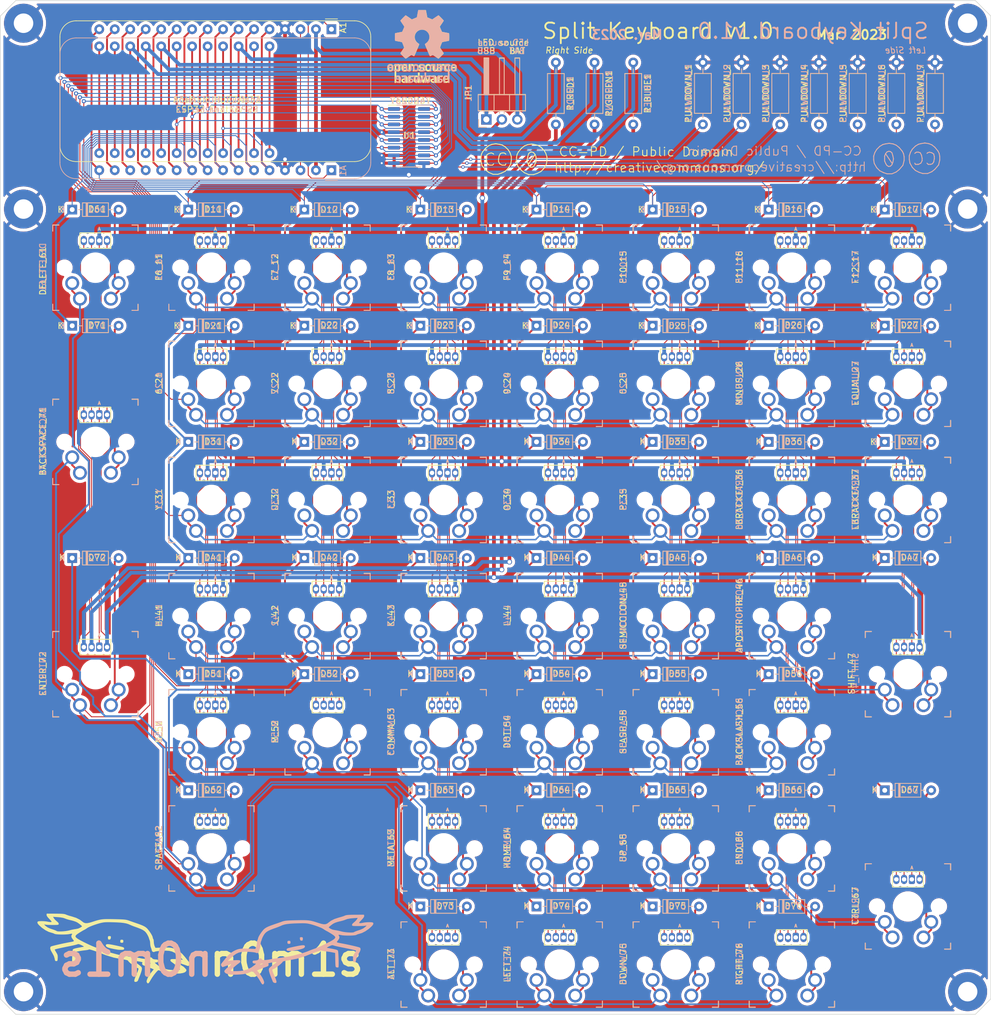
<source format=kicad_pcb>
(kicad_pcb (version 20211014) (generator pcbnew)

  (general
    (thickness 1.6)
  )

  (paper "A4")
  (layers
    (0 "F.Cu" signal)
    (31 "B.Cu" signal)
    (34 "B.Paste" user)
    (35 "F.Paste" user)
    (36 "B.SilkS" user "B.Silks")
    (37 "F.SilkS" user "F.Silks")
    (38 "B.Mask" user)
    (39 "F.Mask" user)
    (40 "Dwgs.User" user "User.Drawings")
    (41 "Cmts.User" user "User.Comments")
    (44 "Edge.Cuts" user)
    (45 "Margin" user)
    (46 "B.CrtYd" user "B.Courtyard")
    (47 "F.CrtYd" user "F.Courtyard")
  )

  (setup
    (stackup
      (layer "F.SilkS" (type "Top Silk Screen") (color "White"))
      (layer "F.Paste" (type "Top Solder Paste"))
      (layer "F.Mask" (type "Top Solder Mask") (color "Purple") (thickness 0.01))
      (layer "F.Cu" (type "copper") (thickness 0.035))
      (layer "dielectric 1" (type "core") (thickness 1.51) (material "FR4") (epsilon_r 4.5) (loss_tangent 0.02))
      (layer "B.Cu" (type "copper") (thickness 0.035))
      (layer "B.Mask" (type "Bottom Solder Mask") (thickness 0.01))
      (layer "B.Paste" (type "Bottom Solder Paste"))
      (layer "B.SilkS" (type "Bottom Silk Screen"))
      (copper_finish "None")
      (dielectric_constraints no)
    )
    (pad_to_mask_clearance 0.0508)
    (solder_mask_min_width 0.1016)
    (pcbplotparams
      (layerselection 0x00010fc_ffffffff)
      (disableapertmacros false)
      (usegerberextensions false)
      (usegerberattributes true)
      (usegerberadvancedattributes true)
      (creategerberjobfile true)
      (svguseinch false)
      (svgprecision 6)
      (excludeedgelayer true)
      (plotframeref false)
      (viasonmask false)
      (mode 1)
      (useauxorigin false)
      (hpglpennumber 1)
      (hpglpenspeed 20)
      (hpglpendiameter 15.000000)
      (dxfpolygonmode true)
      (dxfimperialunits true)
      (dxfusepcbnewfont true)
      (psnegative false)
      (psa4output false)
      (plotreference true)
      (plotvalue true)
      (plotinvisibletext false)
      (sketchpadsonfab false)
      (subtractmaskfromsilk false)
      (outputformat 1)
      (mirror false)
      (drillshape 0)
      (scaleselection 1)
      (outputdirectory "gerber/")
    )
  )

  (net 0 "")
  (net 1 "unconnected-(A1-Pad1)")
  (net 2 "Net-(0_25-Pad1)")
  (net 3 "unconnected-(A1-Pad3)")
  (net 4 "/Full Keyboard/A")
  (net 5 "/Full Keyboard/COL1")
  (net 6 "/Full Keyboard/COL2")
  (net 7 "/Full Keyboard/COL3")
  (net 8 "/Full Keyboard/COL4")
  (net 9 "/Full Keyboard/COL5")
  (net 10 "/Full Keyboard/COL6")
  (net 11 "/Full Keyboard/ROW4")
  (net 12 "/Full Keyboard/ROW5")
  (net 13 "/Full Keyboard/COL7")
  (net 14 "unconnected-(A1-Pad14)")
  (net 15 "unconnected-(A1-Pad15)")
  (net 16 "/Full Keyboard/R")
  (net 17 "/Full Keyboard/ROW6")
  (net 18 "/Full Keyboard/ROW7")
  (net 19 "/Full Keyboard/ROW1")
  (net 20 "/Full Keyboard/ROW2")
  (net 21 "/Full Keyboard/ROW3")
  (net 22 "Net-(6_21-Pad1)")
  (net 23 "Net-(7_22-Pad1)")
  (net 24 "Net-(8_23-Pad1)")
  (net 25 "Net-(9_24-Pad1)")
  (net 26 "unconnected-(A1-Pad27)")
  (net 27 "unconnected-(A1-Pad28)")
  (net 28 "/Full Keyboard/Vcc")
  (net 29 "/Full Keyboard/GND")
  (net 30 "unconnected-(A1-Pad11)")
  (net 31 "unconnected-(A1-Pad12)")
  (net 32 "unconnected-(A1-Pad13)")
  (net 33 "Net-(D16-Pad2)")
  (net 34 "Net-(D17-Pad2)")
  (net 35 "unconnected-(A1-Pad17)")
  (net 36 "unconnected-(A1-Pad18)")
  (net 37 "Net-(A1-Pad19)")
  (net 38 "Net-(A1-Pad20)")
  (net 39 "Net-(A1-Pad21)")
  (net 40 "Net-(D26-Pad2)")
  (net 41 "Net-(D27-Pad2)")
  (net 42 "Net-(A1-Pad22)")
  (net 43 "Net-(A1-Pad23)")
  (net 44 "Net-(A1-Pad24)")
  (net 45 "Net-(A1-Pad25)")
  (net 46 "/Full Keyboard/Vusb")
  (net 47 "Net-(D36-Pad2)")
  (net 48 "Net-(D37-Pad2)")
  (net 49 "Net-(ALT_73-Pad1)")
  (net 50 "Net-(APOSTROPHE_46-Pad1)")
  (net 51 "Net-(BACKSLASH_56-Pad1)")
  (net 52 "Net-(COMMA_53-Pad1)")
  (net 53 "Net-(D47-Pad2)")
  (net 54 "Net-(D11-Pad2)")
  (net 55 "Net-(D12-Pad2)")
  (net 56 "Net-(D13-Pad2)")
  (net 57 "Net-(D14-Pad2)")
  (net 58 "Net-(D15-Pad2)")
  (net 59 "Net-(D31-Pad2)")
  (net 60 "Net-(D32-Pad2)")
  (net 61 "Net-(D66-Pad2)")
  (net 62 "Net-(D33-Pad2)")
  (net 63 "Net-(D34-Pad2)")
  (net 64 "Net-(D35-Pad2)")
  (net 65 "Net-(D41-Pad2)")
  (net 66 "Net-(D42-Pad2)")
  (net 67 "Net-(D43-Pad2)")
  (net 68 "Net-(D76-Pad2)")
  (net 69 "Net-(D44-Pad2)")
  (net 70 "Net-(D45-Pad2)")
  (net 71 "Net-(D51-Pad2)")
  (net 72 "Net-(D52-Pad2)")
  (net 73 "Net-(D54-Pad2)")
  (net 74 "Net-(D55-Pad2)")
  (net 75 "Net-(D61-Pad2)")
  (net 76 "Net-(D62-Pad2)")
  (net 77 "Net-(D63-Pad2)")
  (net 78 "Net-(D64-Pad2)")
  (net 79 "Net-(D65-Pad2)")
  (net 80 "Net-(CTRL_67-Pad1)")
  (net 81 "Net-(BACKSPACE_71-Pad1)")
  (net 82 "Net-(D72-Pad2)")
  (net 83 "Net-(D74-Pad2)")
  (net 84 "Net-(D75-Pad2)")
  (net 85 "/Full Keyboard/B")
  (net 86 "/Full Keyboard/G")

  (footprint "libraries:D_DO-35_SOD27_P7.62mm_Horizontal_centered" (layer "F.Cu") (at 126.098303 88.989597))

  (footprint "libraries:D_DO-35_SOD27_P7.62mm_Horizontal_centered" (layer "F.Cu") (at 68.948303 88.989597))

  (footprint "libraries:D_DO-35_SOD27_P7.62mm_Horizontal_centered" (layer "F.Cu") (at 68.948303 69.939597))

  (footprint "libraries:SW_MX_reversible_RGB" (layer "F.Cu") (at 107.048303 98.514597))

  (footprint "libraries:D_DO-35_SOD27_P7.62mm_Horizontal_centered" (layer "F.Cu") (at 49.898303 50.889597))

  (footprint "libraries:R_Axial_DIN0207_L6.3mm_D2.5mm_P10.16mm_Horizontal_flip" (layer "F.Cu") (at 136.893303 36.919597 90))

  (footprint "libraries:SW_MX_reversible_RGB" (layer "F.Cu") (at 164.198303 79.464597))

  (footprint "libraries:SW_MX_reversible_RGB" (layer "F.Cu") (at 126.098303 155.664597))

  (footprint "libraries:SW_MX_reversible_RGB" (layer "F.Cu") (at 87.998303 155.664597))

  (footprint "libraries:D_DO-35_SOD27_P7.62mm_Horizontal_centered" (layer "F.Cu") (at 107.048303 146.139597))

  (footprint "libraries:SW_MX_reversible_RGB" (layer "F.Cu") (at 145.148303 155.664597))

  (footprint "libraries:D_DO-35_SOD27_P7.62mm_Horizontal_centered" (layer "F.Cu") (at 87.998303 108.039597))

  (footprint "libraries:D_DO-35_SOD27_P7.62mm_Horizontal_centered" (layer "F.Cu") (at 126.098303 127.089597))

  (footprint "libraries:SW_MX_reversible_RGB" (layer "F.Cu") (at 126.098303 117.564597))

  (footprint "MountingHole:MountingHole_3.2mm_M3_Pad" (layer "F.Cu") (at 19.05 20.32))

  (footprint "libraries:D_DO-35_SOD27_P7.62mm_Horizontal_centered" (layer "F.Cu") (at 107.048303 127.089597))

  (footprint "libraries:D_DO-35_SOD27_P7.62mm_Horizontal_centered" (layer "F.Cu") (at 107.048303 88.989597))

  (footprint "libraries:D_DO-35_SOD27_P7.62mm_Horizontal_centered" (layer "F.Cu") (at 145.148303 69.939597))

  (footprint "libraries:D_DO-35_SOD27_P7.62mm_Horizontal_centered" (layer "F.Cu") (at 145.148303 165.189597))

  (footprint "libraries:D_DO-35_SOD27_P7.62mm_Horizontal_centered" (layer "F.Cu") (at 87.998303 146.139597))

  (footprint "libraries:D_DO-35_SOD27_P7.62mm_Horizontal_centered" (layer "F.Cu") (at 49.898303 88.989597))

  (footprint "libraries:D_DO-35_SOD27_P7.62mm_Horizontal_centered" (layer "F.Cu") (at 68.948303 108.039597))

  (footprint "libraries:SW_MX_reversible_RGB" (layer "F.Cu") (at 68.948303 98.514597))

  (footprint "libraries:SW_MX_reversible_RGB" (layer "F.Cu") (at 87.998303 79.464597))

  (footprint "MountingHole:MountingHole_3.2mm_M3_Pad" (layer "F.Cu") (at 173.99 50.8))

  (footprint "libraries:D_DO-35_SOD27_P7.62mm_Horizontal_centered" (layer "F.Cu") (at 145.148303 146.139597))

  (footprint "libraries:D_DO-35_SOD27_P7.62mm_Horizontal_centered" (layer "F.Cu") (at 68.948303 50.889597))

  (footprint "libraries:D_DO-35_SOD27_P7.62mm_Horizontal_centered" (layer "F.Cu")
    (tedit 5AE50CD5) (tstamp 3a26f3d0-bdd5-4e71-8b06-7c6cbaa16c47)
    (at 87.998303 50.889597)
    (descr "Diode, DO-35_SOD27 series, Axial, Horizontal, pin pitch=7.62mm, , length*diameter=4*2mm^2, , http://www.diodes.com/_files/packages/DO-35.pdf")
    (tags "Diode DO-35_SOD27 series Axial Horizontal pin pitch 7.62mm  length 4mm diameter 2mm")
    (property "Sheetfile" "full_keyboard/full_keyboard.kicad_sch")
    (property "Sheetname" "Full Keyboard")
    (path "/23ca3470-a8ca-4975-a9e6-54ca1882faee/a91c3d4c-45ca-4b20-97ae-7c8bf0dd6734")
    (attr through_hole)
    (fp_text reference "D13" (at 0.266697 0) (layer "F.SilkS")
      (effects (font (size 1 1) (thickness 0.15)))
      (tstamp 97970aa8-8fa5-4467-b2e8-216e0acabcd2)
    )
    (fp_text value "D" (at 0 2.12) (layer "F.Fab")
      (effects (font (size 1 1) (thickness 0.15)))
      (tstamp 2919c9b3-d04d-44f2-b48a-a61ce369c7d9)
    )
    (fp_text user "${REFERENCE}" (at 0.254 0) (layer "B.SilkS")
      (effects (font (size 1 1) (thickness 0.15)) (justify mirror))
      (tstamp 882af14f-3b7e-4ef5-92bb-17c46070e418)
    )
    (fp_text user "K" (at -5.461 0) (layer "B.SilkS")
      (effects (font (size 1 1) (thickness 0.15)) (justify mirror))
      (tstamp ec8eb1a2-9621-4f50-a9d7-1dda3412df66)
    )
    (fp_text user "K" (at -5.715 0) (layer "F.SilkS")
      (effects (font (size 1 1) (thickness 0.15)))
      (tstamp 925c88fc-e6fa-493b-8c84-f8622984b3e3)
    )
    (fp_text user "K" (at -3.81 -1.8) (layer "F.Fab")
      (effects (font (size 1 1) (thickness 0.15)))
      (tstamp 5da38b8b-1603-4603-b155-29143a17cde1)
    )
    (fp_text user "${REFERENCE}" (at 0.3 0) (layer "F.Fab")
      (effects (font (size 0.8 0.8) (thickness 0.12)))
      (tstamp b3aaf2fc-9e5e-4b88-b010-f0fdcf1e6934)
    )
    (fp_line (start 2.77 0) (end 2.12 0) (layer "B.SilkS") (width 0.12) (tstamp 03c2e708-7889-40ea-bf2d-341919b9e508))
    (fp_line (start -2.12 -1.12) (end 2.12 -1.12) (layer "B.SilkS") (width 0.12) (tstamp 13684578-5deb-4ab6-86aa-7c5fb119a515))
    (fp_line (start -2.12 1.12) (end -2.12 -1.12) (layer "B.SilkS") (width 0.12) (tstamp 17836d33-a93e-437f-998d-8aeb42a098fe))
    (fp_line (start -1.52 1.12) (end -1.52 -1.12) (layer "B.SilkS") (width 0.12) (tstamp 2208d0a1-1fc7-4a68-8c4f-27293df9df6c))
    (fp_line (start -1.28 1.12) (end -1.28 -1.12) (layer "B.SilkS") (width 0.12) (tstamp 2229193d-3671-461d-bb3b-8e94fd20a6f4))
    (fp_line (start -2.77 0) (end -2.12 0) (layer "B.SilkS") (width 0.12) (tstamp 28ab42a1-ba4f-4eaf-b8f5-012aab3df78e))
    (fp_line (start 2.12 1.12) (end -2.12 1.12) (layer "B.SilkS") (width 0.12) (tstamp 520f4f95-31fa-4ce7-9f11-cb8506a406b9))
    (fp_line (start 2.12 -1.12) (end 2.12 1.12) (layer "B.SilkS") (width 0.12) (tstamp 6ef0bc5a-86f4-4b4f-a842-09c5b4ec9566))
    (fp_line (start -1.4 1.12) (end -1.4 -1.12) (layer "B.SilkS") (width 0.12) (tstamp fb63f40c-4501-4180-b2c5-e738e1ab0663))
    (fp_line (start -1.28 -1.12) (end -1.28 1.12) (layer "F.SilkS") (width 0.12) (tstamp 202e9d49-6b2a-4272-9b4d-8d1a13ddf4a6))
    (fp_line (start 2.77 0) (end 2.12 0) (layer "F.SilkS") (width 0.12) (tstamp 36aab841-5923-4940-8876-7eb70e63a48e))
    (fp_line (start 2.12 -1.12) (end -2.12 -1.12) (layer "F.SilkS") (width 0.12) (tstamp 46623556-af21-4bf6-86c6-5b02fb6c6d5e))
    (fp_line (start -2.12 -1.12) (end -2.12 1.12) (layer "F.SilkS") (width 0.12) (tstamp 53ac789b-2c79-4e53-a2df-d18bc4681c8e))
    (fp_line (start -2.77 0) (end -2.12 0) (layer "F.SilkS") (width 0.12) (tstamp 577f807a-8fa2-48d7-8ed2-f79a43e27e99))
    (fp_line (start 2.12 1.12) (end 2.12 -1.12) (layer "F.SilkS") (width 0.12) (tstamp 9e87dc60-152c-45aa-8d3a-6ee00d9a87a1))
    (fp_line (start -1.52 -1.12) (end -1.52 1.12) (layer "F.SilkS") (width 0.12) (tstamp c59740c8-bb77-4457-98f5-9b747cee1aba))
    (fp_line (start -2.12 1.12) (end 2.12 1.12) (layer "F.SilkS") (width 0.12) (tstamp efaf8354-2d55-4181-8410-a389f700ce84))
    (fp_line (start -1.4 -1.12) (end -1.4 1.12) (layer "F.SilkS") (width 0.12) (tstamp efcb46c0-70f4-43ec-aac5-11842c2438a9))
    (fp_line (start -4.86 -1.25) (end -4.86 1.25) (layer "F.CrtYd") (width 0.05) (tstamp a601163e-3893-4c17-9170-3de0b21ecb6f))
    (fp_line (start 4.86 1.25) (end 4.86 -1.25) (layer "F.CrtYd") (width 0.05) (tstamp ccec868a-eee9-45a5-8dfb-3b8de5243496))
    (fp_line (start -4.86 1.25) (end 4.86 1.25) (layer "F.CrtYd") (width 0.05) (tstamp cedea118-8308-4f6d-94e5-dbeb3f52db5f))
    (fp_line (start 4.86 -1.25) (end -4.86 -1.25) (layer "F.CrtYd") (width 0.05) (tstamp ddbd6736-15a9-4edb-9c6a-c2aa04838a26))
    (fp_line (start 2 -1) (end -2 -1) (layer "F.Fab") (width 0.1) (tstamp 142c878b-95db-48d1-b983-ac2ccb145ae8))
    (fp_line (start -2 -1) (end -2 1) (layer "F.Fab") (width 0.1) (tstamp 172f7415-0f94-4da9-93a3-93d3fb2d1da3))
... [3821555 chars truncated]
</source>
